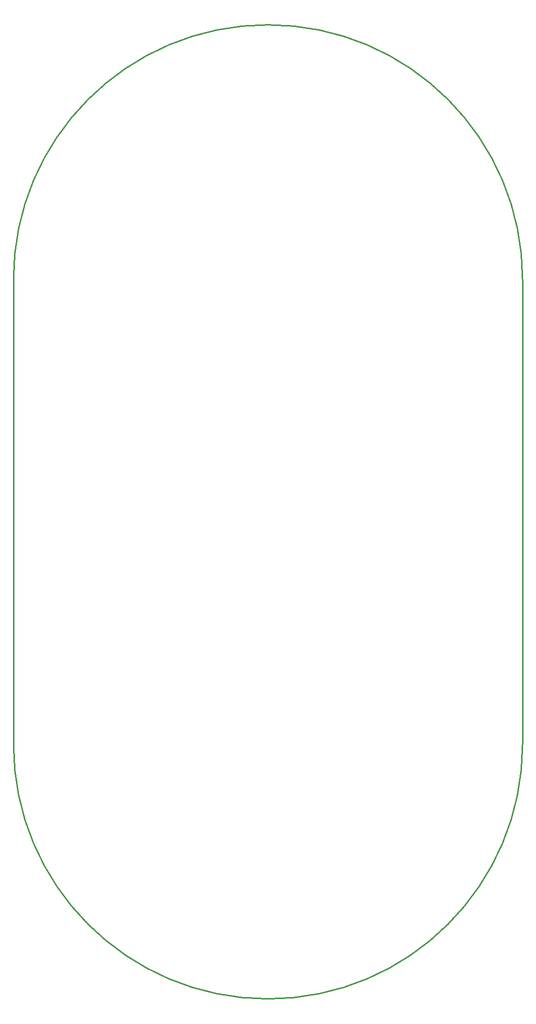
<source format=gm1>
G04 #@! TF.GenerationSoftware,KiCad,Pcbnew,5.1.4-e60b266~84~ubuntu19.04.1*
G04 #@! TF.CreationDate,2019-08-09T15:37:27-04:00*
G04 #@! TF.ProjectId,Rover V6,526f7665-7220-4563-962e-6b696361645f,rev?*
G04 #@! TF.SameCoordinates,Original*
G04 #@! TF.FileFunction,Profile,NP*
%FSLAX46Y46*%
G04 Gerber Fmt 4.6, Leading zero omitted, Abs format (unit mm)*
G04 Created by KiCad (PCBNEW 5.1.4-e60b266~84~ubuntu19.04.1) date 2019-08-09 15:37:27*
%MOMM*%
%LPD*%
G04 APERTURE LIST*
%ADD10C,0.250000*%
G04 APERTURE END LIST*
D10*
X78041500Y-142100300D02*
G75*
G03X164401500Y-142100300I43180000J0D01*
G01*
X164401500Y-63360300D02*
G75*
G03X78041500Y-63360300I-43180000J0D01*
G01*
X164401500Y-63360300D02*
X164401500Y-142100300D01*
X78041500Y-142100300D02*
X78041500Y-63360300D01*
M02*

</source>
